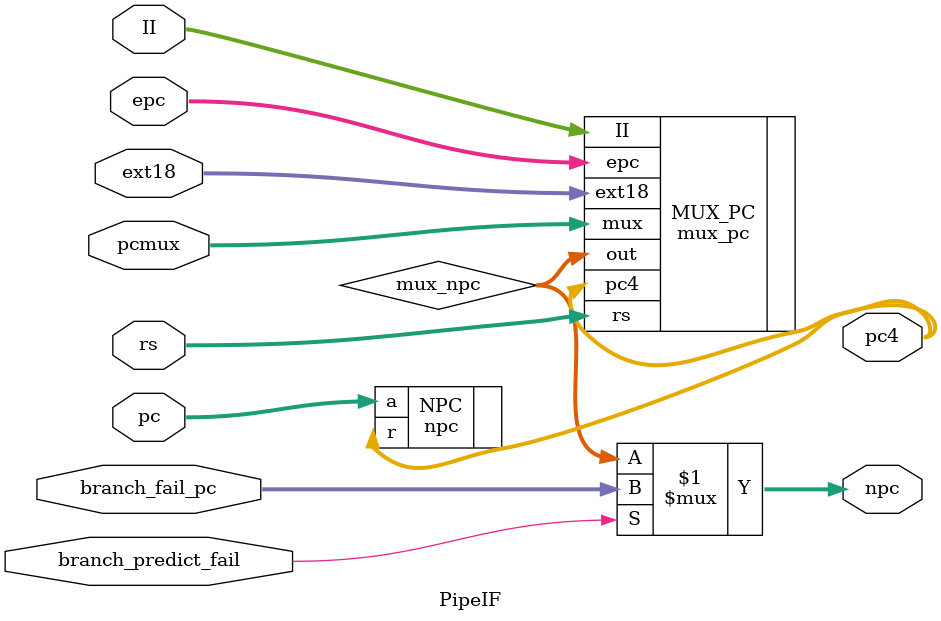
<source format=v>
`timescale 1ns/1ps
module PipeIF(
    input [31:0] pc,
    input [31:0] rs,
    input [31:0] ext18,
    input [31:0] II,
    input [31:0] epc,
    input [7:0] pcmux,
    input branch_predict_fail,
    input [31:0] branch_fail_pc,
    output [31:0] pc4,
    output [31:0] npc
);
    wire [31:0] mux_npc;
    npc NPC(
        .a(pc),
        .r(pc4)
    );
    mux_pc MUX_PC(
        .pc4(pc4),
        .rs(rs),
        .ext18(ext18),
        .II(II),
        .epc(epc),
        .mux(pcmux),
        .out(mux_npc)
    );
    assign npc=branch_predict_fail? branch_fail_pc:mux_npc;
endmodule
</source>
